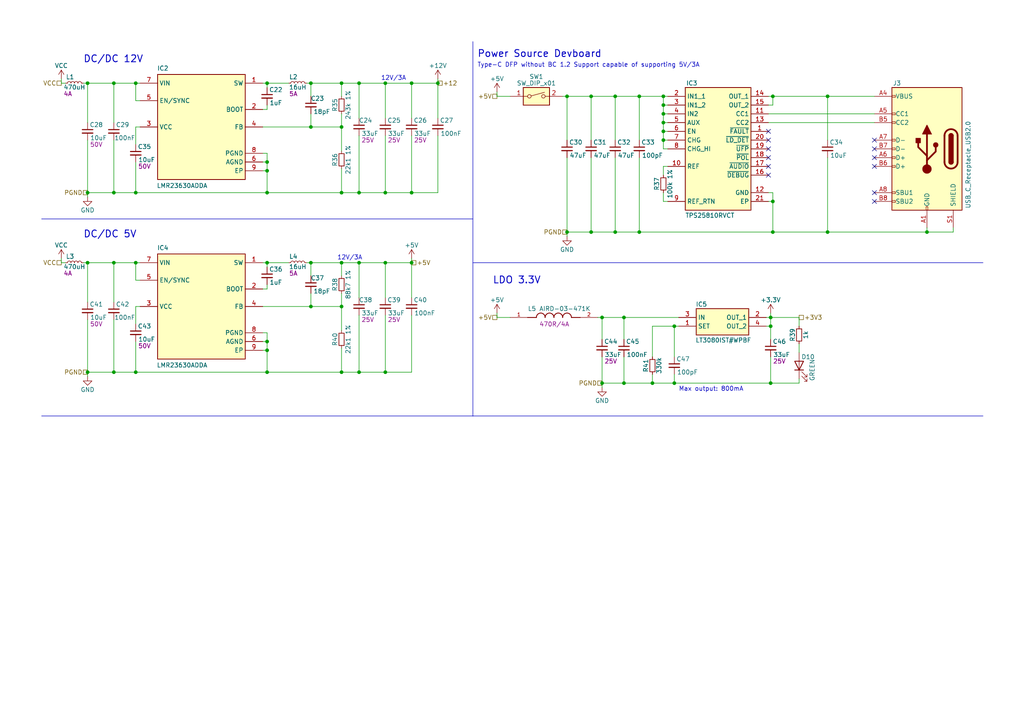
<source format=kicad_sch>
(kicad_sch (version 20230121) (generator eeschema)
  (paper "A4")
  (title_block (title "Converters") (date "2024-01-18") (rev "v0.1"))
  (lib_symbols
    (symbol "+5V_1" (power) (pin_names (offset 0))
      (property "Value" "+5V_1" (at 0 3.556 0))
      (symbol "+5V_1_0_1"
        (polyline (pts (xy -0.762 1.27) (xy 0 2.54)))
        (polyline (pts (xy 0 0) (xy 0 2.54)))
        (polyline (pts (xy 0 2.54) (xy 0.762 1.27)))
      )
      (symbol "+5V_1_1_1"
        (pin power_in line (at 0 0 90) (length 0) hide (name "+5V") (number "1"))
      )
    )
    (symbol "AIRD-03-471K:AIRD-03-471K" (pin_names (offset 1.016))
      (property "Reference" "L" (at -10.16 7.62 0))
      (property "Value" "AIRD-03-471K" (at -10.16 5.08 0))
      (symbol "AIRD-03-471K_0_0"
        (arc (start -2.54 0) (mid -3.81 1.2645) (end -5.08 0) (stroke (width 0.254)))
        (arc (start 0 0) (mid -1.27 1.2645) (end -2.54 0) (stroke (width 0.254)))
        (polyline (pts (xy -5.08 0) (xy -7.62 0)) (stroke (width 0.254)))
        (polyline (pts (xy 5.08 0) (xy 7.62 0)) (stroke (width 0.254)))
        (arc (start 2.54 0) (mid 1.27 1.2645) (end 0 0) (stroke (width 0.254)))
        (arc (start 5.08 0) (mid 3.81 1.2645) (end 2.54 0) (stroke (width 0.254)))
        (pin passive line (at -12.7 0 0) (length 5.08) (name "~") (number "1"))
        (pin passive line (at 12.7 0 180) (length 5.08) (name "~") (number "2"))
      )
    )
    (symbol "Connector:USB_C_Receptacle_USB2.0" (pin_names (offset 1.016))
      (property "Reference" "J" (at -10.16 19.05 0))
      (property "Value" "USB_C_Receptacle_USB2.0" (at 19.05 19.05 0))
      (symbol "USB_C_Receptacle_USB2.0_0_0"
        (rectangle (start -0.254 -17.78) (end 0.254 -16.764))
        (rectangle (start 10.16 -14.986) (end 9.144 -15.494))
        (rectangle (start 10.16 -12.446) (end 9.144 -12.954))
        (rectangle (start 10.16 -4.826) (end 9.144 -5.334))
        (rectangle (start 10.16 -2.286) (end 9.144 -2.794))
        (rectangle (start 10.16 0.254) (end 9.144 -0.254))
        (rectangle (start 10.16 2.794) (end 9.144 2.286))
        (rectangle (start 10.16 7.874) (end 9.144 7.366))
        (rectangle (start 10.16 10.414) (end 9.144 9.906))
        (rectangle (start 10.16 15.494) (end 9.144 14.986))
      )
      (symbol "USB_C_Receptacle_USB2.0_0_1"
        (rectangle (start -10.16 17.78) (end 10.16 -17.78) (stroke (width 0.254)) (fill (type background)))
        (arc (start -8.89 -3.81) (mid -6.985 -5.7067) (end -5.08 -3.81) (stroke (width 0.508)))
        (arc (start -7.62 -3.81) (mid -6.985 -4.4423) (end -6.35 -3.81) (stroke (width 0.254)))
        (arc (start -7.62 -3.81) (mid -6.985 -4.4423) (end -6.35 -3.81) (stroke (width 0.254)) (fill (type outline)))
        (rectangle (start -7.62 -3.81) (end -6.35 3.81) (stroke (width 0.254)) (fill (type outline)))
        (arc (start -6.35 3.81) (mid -6.985 4.4423) (end -7.62 3.81) (stroke (width 0.254)))
        (arc (start -6.35 3.81) (mid -6.985 4.4423) (end -7.62 3.81) (stroke (width 0.254)) (fill (type outline)))
        (arc (start -5.08 3.81) (mid -6.985 5.7067) (end -8.89 3.81) (stroke (width 0.508)))
        (circle (center -2.54 1.143) (radius 0.635) (stroke (width 0.254)) (fill (type outline)))
        (circle (center 0 -5.842) (radius 1.27) (fill (type outline)))
        (polyline (pts (xy -8.89 -3.81) (xy -8.89 3.81)) (stroke (width 0.508)))
        (polyline (pts (xy -5.08 3.81) (xy -5.08 -3.81)) (stroke (width 0.508)))
        (polyline (pts (xy 0 -5.842) (xy 0 4.318)) (stroke (width 0.508)))
        (polyline (pts (xy 0 -3.302) (xy -2.54 -0.762) (xy -2.54 0.508)) (stroke (width 0.508)))
        (polyline (pts (xy 0 -2.032) (xy 2.54 0.508) (xy 2.54 1.778)) (stroke (width 0.508)))
        (polyline (pts (xy -1.27 4.318) (xy 0 6.858) (xy 1.27 4.318) (xy -1.27 4.318)) (stroke (width 0.254)) (fill (type outline)))
        (rectangle (start 1.905 1.778) (end 3.175 3.048) (stroke (width 0.254)) (fill (type outline)))
      )
      (symbol "USB_C_Receptacle_USB2.0_1_1"
        (pin passive line (at 0 -22.86 90) (length 5.08) (name "GND") (number "A1"))
        (pin passive line (at 0 -22.86 90) (length 5.08) hide (name "GND") (number "A12"))
        (pin passive line (at 15.24 15.24 180) (length 5.08) (name "VBUS") (number "A4"))
        (pin bidirectional line (at 15.24 10.16 180) (length 5.08) (name "CC1") (number "A5"))
        (pin bidirectional line (at 15.24 -2.54 180) (length 5.08) (name "D+") (number "A6"))
        (pin bidirectional line (at 15.24 2.54 180) (length 5.08) (name "D-") (number "A7"))
        (pin bidirectional line (at 15.24 -12.7 180) (length 5.08) (name "SBU1") (number "A8"))
        (pin passive line (at 15.24 15.24 180) (length 5.08) hide (name "VBUS") (number "A9"))
        (pin passive line (at 0 -22.86 90) (length 5.08) hide (name "GND") (number "B1"))
        (pin passive line (at 0 -22.86 90) (length 5.08) hide (name "GND") (number "B12"))
        (pin passive line (at 15.24 15.24 180) (length 5.08) hide (name "VBUS") (number "B4"))
        (pin bidirectional line (at 15.24 7.62 180) (length 5.08) (name "CC2") (number "B5"))
        (pin bidirectional line (at 15.24 -5.08 180) (length 5.08) (name "D+") (number "B6"))
        (pin bidirectional line (at 15.24 0 180) (length 5.08) (name "D-") (number "B7"))
        (pin bidirectional line (at 15.24 -15.24 180) (length 5.08) (name "SBU2") (number "B8"))
        (pin passive line (at 15.24 15.24 180) (length 5.08) hide (name "VBUS") (number "B9"))
        (pin passive line (at -7.62 -22.86 90) (length 5.08) (name "SHIELD") (number "S1"))
      )
    )
    (symbol "Device:C_Small" (pin_numbers hide) (pin_names (offset 0.254) hide)
      (property "Reference" "C" (at 0.254 1.778 0))
      (property "Value" "C_Small" (at 0.254 -2.032 0))
      (symbol "C_Small_0_1"
        (polyline (pts (xy -1.524 -0.508) (xy 1.524 -0.508)) (stroke (width 0.3302)))
        (polyline (pts (xy -1.524 0.508) (xy 1.524 0.508)) (stroke (width 0.3048)))
      )
      (symbol "C_Small_1_1"
        (pin passive line (at 0 2.54 270) (length 2.032) (name "~") (number "1"))
        (pin passive line (at 0 -2.54 90) (length 2.032) (name "~") (number "2"))
      )
    )
    (symbol "Device:LED" (pin_numbers hide) (pin_names (offset 1.016) hide)
      (property "Reference" "D" (at 0 2.54 0))
      (property "Value" "LED" (at 0 -2.54 0))
      (symbol "LED_0_1"
        (polyline (pts (xy -1.27 -1.27) (xy -1.27 1.27)) (stroke (width 0.254)))
        (polyline (pts (xy -1.27 0) (xy 1.27 0)))
        (polyline (pts (xy 1.27 -1.27) (xy 1.27 1.27) (xy -1.27 0) (xy 1.27 -1.27)) (stroke (width 0.254)))
        (polyline (pts (xy -3.048 -0.762) (xy -4.572 -2.286) (xy -3.81 -2.286) (xy -4.572 -2.286) (xy -4.572 -1.524)))
        (polyline (pts (xy -1.778 -0.762) (xy -3.302 -2.286) (xy -2.54 -2.286) (xy -3.302 -2.286) (xy -3.302 -1.524)))
      )
      (symbol "LED_1_1"
        (pin passive line (at -3.81 0 0) (length 2.54) (name "K") (number "1"))
        (pin passive line (at 3.81 0 180) (length 2.54) (name "A") (number "2"))
      )
    )
    (symbol "Device:L_Small" (pin_numbers hide) (pin_names (offset 0.254) hide)
      (property "Reference" "L" (at 0.762 1.016 0))
      (property "Value" "L_Small" (at 0.762 -1.016 0))
      (symbol "L_Small_0_1"
        (arc (start 0 -2.032) (mid 0.5058 -1.524) (end 0 -1.016))
        (arc (start 0 -1.016) (mid 0.5058 -0.508) (end 0 0))
        (arc (start 0 0) (mid 0.5058 0.508) (end 0 1.016))
        (arc (start 0 1.016) (mid 0.5058 1.524) (end 0 2.032))
      )
      (symbol "L_Small_1_1"
        (pin passive line (at 0 2.54 270) (length 0.508) (name "~") (number "1"))
        (pin passive line (at 0 -2.54 90) (length 0.508) (name "~") (number "2"))
      )
    )
    (symbol "Device:R_Small" (pin_numbers hide) (pin_names (offset 0.254) hide)
      (property "Reference" "R" (at 0.762 0.508 0))
      (property "Value" "R_Small" (at 0.762 -1.016 0))
      (symbol "R_Small_0_1"
        (rectangle (start -0.762 1.778) (end 0.762 -1.778) (stroke (width 0.2032)))
      )
      (symbol "R_Small_1_1"
        (pin passive line (at 0 2.54 270) (length 0.762) (name "~") (number "1"))
        (pin passive line (at 0 -2.54 90) (length 0.762) (name "~") (number "2"))
      )
    )
    (symbol "LMR23630ADDA:LMR23630ADDA"
      (property "Reference" "?" (at 17.78 12.446 0))
      (property "Value" "LMR23630ADDA" (at 17.78 9.906 0))
      (property "Reference_1" "IC" (at 17.78 7.366 0))
      (property "Value_1" "LMR23630ADDA" (at 17.78 4.826 0))
      (symbol "LMR23630ADDA_1_1"
        (rectangle (start 5.08 2.54) (end 30.48 -27.94) (stroke (width 0.254)) (fill (type background)))
        (pin passive line (at 35.56 0 180) (length 5.08) (name "SW") (number "1"))
        (pin passive line (at 35.56 -7.62 180) (length 5.08) (name "BOOT") (number "2"))
        (pin passive line (at 0 -12.7 0) (length 5.08) (name "VCC") (number "3"))
        (pin passive line (at 35.56 -12.7 180) (length 5.08) (name "FB") (number "4"))
        (pin passive line (at 0 -5.08 0) (length 5.08) (name "EN/SYNC") (number "5"))
        (pin passive line (at 35.56 -22.86 180) (length 5.08) (name "AGND") (number "6"))
        (pin passive line (at 0 0 0) (length 5.08) (name "VIN") (number "7"))
        (pin passive line (at 35.56 -20.32 180) (length 5.08) (name "PGND") (number "8"))
        (pin passive line (at 35.56 -25.4 180) (length 5.08) (name "EP") (number "9"))
      )
    )
    (symbol "LT3080IST#WPBF:LT3080IST#WPBF"
      (property "Reference" "?" (at 12.7 12.954 0))
      (property "Value" "LT3080IST#WPBF" (at 12.7 10.414 0))
      (property "Reference_1" "IC" (at 12.7 7.62 0))
      (property "Value_1" "LT3080IST#WPBF" (at 12.7 5.334 0))
      (symbol "LT3080IST#WPBF_1_1"
        (rectangle (start 5.08 2.54) (end 20.32 -5.08) (stroke (width 0.254)) (fill (type background)))
        (pin passive line (at 0 -2.54 0) (length 5.08) (name "SET") (number "1"))
        (pin passive line (at 25.4 0 180) (length 5.08) (name "OUT_1") (number "2"))
        (pin passive line (at 0 0 0) (length 5.08) (name "IN") (number "3"))
        (pin passive line (at 25.4 -2.54 180) (length 5.08) (name "OUT_2") (number "4"))
      )
    )
    (symbol "Switch:SW_DIP_x01" (pin_names (offset 0) hide)
      (property "Reference" "SW" (at 0 3.81 0))
      (property "Value" "SW_DIP_x01" (at 0 -3.81 0))
      (symbol "SW_DIP_x01_0_0"
        (circle (center -2.032 0) (radius 0.508))
        (polyline (pts (xy -1.524 0.127) (xy 2.3622 1.1684)))
        (circle (center 2.032 0) (radius 0.508))
      )
      (symbol "SW_DIP_x01_0_1"
        (rectangle (start -3.81 2.54) (end 3.81 -2.54) (stroke (width 0.254)) (fill (type background)))
      )
      (symbol "SW_DIP_x01_1_1"
        (pin passive line (at -7.62 0 0) (length 5.08) (name "~") (number "1"))
        (pin passive line (at 7.62 0 180) (length 5.08) (name "~") (number "2"))
      )
    )
    (symbol "TPS25810RVCT:TPS25810RVCT"
      (property "Reference" "IC?" (at 0.254 1.27 0))
      (property "Value" "TPS25810RVCT" (at 0 -37.084 0))
      (symbol "TPS25810RVCT_1_1"
        (rectangle (start 0 0) (end 19.05 -35.56) (stroke (width 0.254)) (fill (type background)))
        (pin passive line (at 24.13 -12.7 180) (length 5.08) (name "~{FAULT}") (number "1"))
        (pin passive line (at -5.08 -22.86 0) (length 5.08) (name "REF") (number "10"))
        (pin passive line (at 24.13 -7.62 180) (length 5.08) (name "CC1") (number "11"))
        (pin passive line (at 24.13 -30.48 180) (length 5.08) (name "GND") (number "12"))
        (pin passive line (at 24.13 -10.16 180) (length 5.08) (name "CC2") (number "13"))
        (pin passive line (at 24.13 -2.54 180) (length 5.08) (name "OUT_1") (number "14"))
        (pin passive line (at 24.13 -5.08 180) (length 5.08) (name "OUT_2") (number "15"))
        (pin passive line (at 24.13 -25.4 180) (length 5.08) (name "~{DEBUG}") (number "16"))
        (pin passive line (at 24.13 -22.86 180) (length 5.08) (name "~{AUDIO}") (number "17"))
        (pin passive line (at 24.13 -20.32 180) (length 5.08) (name "~{POL}") (number "18"))
        (pin passive line (at 24.13 -17.78 180) (length 5.08) (name "~{UFP}") (number "19"))
        (pin passive line (at -5.08 -2.54 0) (length 5.08) (name "IN1_1") (number "2"))
        (pin passive line (at 24.13 -15.24 180) (length 5.08) (name "~{LD_DET}") (number "20"))
        (pin passive line (at 24.13 -33.02 180) (length 5.08) (name "EP") (number "21"))
        (pin passive line (at -5.08 -5.08 0) (length 5.08) (name "IN1_2") (number "3"))
        (pin passive line (at -5.08 -7.62 0) (length 5.08) (name "IN2") (number "4"))
        (pin passive line (at -5.08 -10.16 0) (length 5.08) (name "AUX") (number "5"))
        (pin passive line (at -5.08 -12.7 0) (length 5.08) (name "EN") (number "6"))
        (pin passive line (at -5.08 -15.24 0) (length 5.08) (name "CHG") (number "7"))
        (pin passive line (at -5.08 -17.78 0) (length 5.08) (name "CHG_HI") (number "8"))
        (pin passive line (at -5.08 -33.02 0) (length 5.08) (name "REF_RTN") (number "9"))
      )
    )
    (symbol "power:+12V" (power) (pin_names (offset 0))
      (property "Value" "+12V" (at 0 3.556 0))
      (symbol "+12V_0_1"
        (polyline (pts (xy -0.762 1.27) (xy 0 2.54)))
        (polyline (pts (xy 0 0) (xy 0 2.54)))
        (polyline (pts (xy 0 2.54) (xy 0.762 1.27)))
      )
      (symbol "+12V_1_1"
        (pin power_in line (at 0 0 90) (length 0) hide (name "+12V") (number "1"))
      )
    )
    (symbol "power:+3.3V" (power) (pin_names (offset 0))
      (property "Value" "+3.3V" (at 0 3.556 0))
      (symbol "+3.3V_0_1"
        (polyline (pts (xy -0.762 1.27) (xy 0 2.54)))
        (polyline (pts (xy 0 0) (xy 0 2.54)))
        (polyline (pts (xy 0 2.54) (xy 0.762 1.27)))
      )
      (symbol "+3.3V_1_1"
        (pin power_in line (at 0 0 90) (length 0) hide (name "+3.3V") (number "1"))
      )
    )
    (symbol "power:GND" (power) (pin_names (offset 0))
      (property "Value" "GND" (at 0 -3.81 0))
      (symbol "GND_0_1"
        (polyline (pts (xy 0 0) (xy 0 -1.27) (xy 1.27 -1.27) (xy 0 -2.54) (xy -1.27 -1.27) (xy 0 -1.27)))
      )
      (symbol "GND_1_1"
        (pin power_in line (at 0 0 270) (length 0) hide (name "GND") (number "1"))
      )
    )
    (symbol "power:VCC" (power) (pin_names (offset 0))
      (property "Value" "VCC" (at 0 3.81 0))
      (symbol "VCC_0_1"
        (polyline (pts (xy -0.762 1.27) (xy 0 2.54)))
        (polyline (pts (xy 0 0) (xy 0 2.54)))
        (polyline (pts (xy 0 2.54) (xy 0.762 1.27)))
      )
      (symbol "VCC_1_1"
        (pin power_in line (at 0 0 90) (length 0) hide (name "VCC") (number "1"))
      )
    )
  )
  (junction (at 77.47 24.13))
  (junction (at 223.52 92.075))
  (junction (at 223.52 94.615))
  (junction (at 33.02 55.88))
  (junction (at 77.47 46.99))
  (junction (at 192.405 27.94))
  (junction (at 77.47 49.53))
  (junction (at 164.465 67.31))
  (junction (at 39.37 76.2))
  (junction (at 185.42 67.31))
  (junction (at 171.45 27.94))
  (junction (at 178.435 67.31))
  (junction (at 189.23 111.125))
  (junction (at 99.06 24.13))
  (junction (at 25.4 55.88))
  (junction (at 268.859 67.31))
  (junction (at 111.76 55.88))
  (junction (at 39.37 55.88))
  (junction (at 178.435 27.94))
  (junction (at 25.4 24.13))
  (junction (at 77.47 107.95))
  (junction (at 99.06 76.2))
  (junction (at 224.155 27.94))
  (junction (at 77.47 55.88))
  (junction (at 119.38 76.2))
  (junction (at 25.4 76.2))
  (junction (at 185.42 27.94))
  (junction (at 180.975 92.075))
  (junction (at 77.47 101.6))
  (junction (at 180.975 111.125))
  (junction (at 99.06 55.88))
  (junction (at 111.76 76.2))
  (junction (at 39.37 24.13))
  (junction (at 192.405 33.02))
  (junction (at 192.405 40.64))
  (junction (at 77.47 76.2))
  (junction (at 33.02 24.13))
  (junction (at 164.465 27.94))
  (junction (at 224.155 67.31))
  (junction (at 240.03 67.31))
  (junction (at 224.155 58.42))
  (junction (at 240.03 27.94))
  (junction (at 90.17 24.13))
  (junction (at 119.38 55.88))
  (junction (at 195.58 111.125))
  (junction (at 119.38 24.13))
  (junction (at 77.47 99.06))
  (junction (at 111.76 24.13))
  (junction (at 90.17 36.83))
  (junction (at 99.06 107.95))
  (junction (at 99.06 88.9))
  (junction (at 104.14 24.13))
  (junction (at 195.58 94.615))
  (junction (at 192.405 30.48))
  (junction (at 39.37 107.95))
  (junction (at 104.14 107.95))
  (junction (at 127 24.13))
  (junction (at 90.17 88.9))
  (junction (at 33.02 107.95))
  (junction (at 104.14 76.2))
  (junction (at 223.52 111.125))
  (junction (at 174.625 92.075))
  (junction (at 174.625 111.125))
  (junction (at 192.405 35.56))
  (junction (at 99.06 36.83))
  (junction (at 104.14 55.88))
  (junction (at 33.02 76.2))
  (junction (at 111.76 107.95))
  (junction (at 90.17 76.2))
  (junction (at 192.405 38.1))
  (junction (at 171.45 67.31))
  (junction (at 25.4 107.95))
  (no_connect (at 253.619 55.88))
  (no_connect (at 253.619 45.72))
  (no_connect (at 253.619 58.42))
  (no_connect (at 253.619 43.18))
  (no_connect (at 222.885 48.26))
  (no_connect (at 222.885 38.1))
  (no_connect (at 222.885 40.64))
  (no_connect (at 253.619 48.26))
  (no_connect (at 222.885 43.18))
  (no_connect (at 222.885 50.8))
  (no_connect (at 222.885 45.72))
  (no_connect (at 253.619 40.64))
  (wire (pts (xy 88.9 24.13) (xy 90.17 24.13)))
  (wire (pts (xy 76.2 99.06) (xy 77.47 99.06)))
  (wire (pts (xy 178.435 27.94) (xy 185.42 27.94)))
  (wire (pts (xy 90.17 85.09) (xy 90.17 88.9)))
  (wire (pts (xy 192.405 38.1) (xy 192.405 40.64)))
  (polyline (pts (xy 12.065 120.65) (xy 137.16 120.65)))
  (wire (pts (xy 192.405 30.48) (xy 193.675 30.48)))
  (wire (pts (xy 111.76 91.44) (xy 111.76 107.95)))
  (wire (pts (xy 25.4 55.88) (xy 25.4 57.15)))
  (wire (pts (xy 25.4 76.2) (xy 25.4 87.63)))
  (wire (pts (xy 222.885 30.48) (xy 224.155 30.48)))
  (wire (pts (xy 119.38 24.13) (xy 119.38 34.29)))
  (wire (pts (xy 223.52 103.505) (xy 223.52 111.125)))
  (wire (pts (xy 231.775 92.075) (xy 231.775 94.615)))
  (wire (pts (xy 144.145 27.94) (xy 147.955 27.94)))
  (wire (pts (xy 144.145 26.67) (xy 144.145 27.94)))
  (wire (pts (xy 77.47 46.99) (xy 77.47 49.53)))
  (wire (pts (xy 222.885 33.02) (xy 253.619 33.02)))
  (wire (pts (xy 39.37 29.21) (xy 40.64 29.21)))
  (wire (pts (xy 99.06 48.895) (xy 99.06 55.88)))
  (wire (pts (xy 119.38 86.36) (xy 119.38 76.2)))
  (wire (pts (xy 223.52 90.805) (xy 223.52 92.075)))
  (wire (pts (xy 39.37 46.99) (xy 39.37 55.88)))
  (wire (pts (xy 174.625 92.075) (xy 174.625 98.425)))
  (wire (pts (xy 111.76 76.2) (xy 111.76 86.36)))
  (wire (pts (xy 104.14 76.2) (xy 99.06 76.2)))
  (wire (pts (xy 17.78 74.93) (xy 17.78 76.2)))
  (wire (pts (xy 185.42 27.94) (xy 192.405 27.94)))
  (wire (pts (xy 33.02 107.95) (xy 39.37 107.95)))
  (wire (pts (xy 90.17 36.83) (xy 99.06 36.83)))
  (wire (pts (xy 76.2 83.82) (xy 77.47 83.82)))
  (wire (pts (xy 192.405 58.42) (xy 193.675 58.42)))
  (wire (pts (xy 88.9 76.2) (xy 90.17 76.2)))
  (wire (pts (xy 171.45 45.72) (xy 171.45 67.31)))
  (wire (pts (xy 39.37 76.2) (xy 33.02 76.2)))
  (wire (pts (xy 195.58 108.585) (xy 195.58 111.125)))
  (wire (pts (xy 104.14 55.88) (xy 99.06 55.88)))
  (wire (pts (xy 127 24.13) (xy 119.38 24.13)))
  (wire (pts (xy 76.2 46.99) (xy 77.47 46.99)))
  (wire (pts (xy 104.14 76.2) (xy 104.14 86.36)))
  (wire (pts (xy 223.52 94.615) (xy 223.52 98.425)))
  (wire (pts (xy 192.405 40.64) (xy 192.405 43.18)))
  (wire (pts (xy 192.405 38.1) (xy 193.675 38.1)))
  (wire (pts (xy 222.885 35.56) (xy 253.619 35.56)))
  (wire (pts (xy 222.885 55.88) (xy 224.155 55.88)))
  (wire (pts (xy 17.78 22.86) (xy 17.78 24.13)))
  (wire (pts (xy 192.405 30.48) (xy 192.405 33.02)))
  (wire (pts (xy 111.76 76.2) (xy 104.14 76.2)))
  (wire (pts (xy 25.4 107.95) (xy 25.4 109.22)))
  (wire (pts (xy 39.37 36.83) (xy 39.37 41.91)))
  (wire (pts (xy 192.405 35.56) (xy 193.675 35.56)))
  (wire (pts (xy 111.76 107.95) (xy 119.38 107.95)))
  (wire (pts (xy 77.47 76.2) (xy 83.82 76.2)))
  (wire (pts (xy 111.76 76.2) (xy 119.38 76.2)))
  (wire (pts (xy 127 34.29) (xy 127 24.13)))
  (wire (pts (xy 39.37 55.88) (xy 77.47 55.88)))
  (wire (pts (xy 39.37 88.9) (xy 40.64 88.9)))
  (wire (pts (xy 90.17 88.9) (xy 99.06 88.9)))
  (wire (pts (xy 90.17 24.13) (xy 99.06 24.13)))
  (wire (pts (xy 99.06 24.13) (xy 99.06 27.94)))
  (wire (pts (xy 39.37 88.9) (xy 39.37 93.98)))
  (wire (pts (xy 25.4 76.2) (xy 33.02 76.2)))
  (wire (pts (xy 192.405 33.02) (xy 192.405 35.56)))
  (wire (pts (xy 111.76 107.95) (xy 104.14 107.95)))
  (wire (pts (xy 77.47 24.13) (xy 77.47 25.4)))
  (wire (pts (xy 240.03 27.94) (xy 240.03 40.64)))
  (wire (pts (xy 222.25 94.615) (xy 223.52 94.615)))
  (wire (pts (xy 144.145 92.075) (xy 147.955 92.075)))
  (wire (pts (xy 24.13 76.2) (xy 25.4 76.2)))
  (wire (pts (xy 231.775 109.855) (xy 231.775 111.125)))
  (wire (pts (xy 192.405 35.56) (xy 192.405 38.1)))
  (wire (pts (xy 77.47 55.88) (xy 99.06 55.88)))
  (wire (pts (xy 99.06 33.02) (xy 99.06 36.83)))
  (wire (pts (xy 192.405 27.94) (xy 193.675 27.94)))
  (wire (pts (xy 76.2 88.9) (xy 90.17 88.9)))
  (wire (pts (xy 39.37 36.83) (xy 40.64 36.83)))
  (wire (pts (xy 224.155 27.94) (xy 240.03 27.94)))
  (wire (pts (xy 127 39.37) (xy 127 55.88)))
  (wire (pts (xy 77.47 76.2) (xy 77.47 77.47)))
  (wire (pts (xy 192.405 55.88) (xy 192.405 58.42)))
  (wire (pts (xy 192.405 40.64) (xy 193.675 40.64)))
  (wire (pts (xy 222.25 92.075) (xy 223.52 92.075)))
  (wire (pts (xy 189.23 111.125) (xy 180.975 111.125)))
  (wire (pts (xy 178.435 27.94) (xy 178.435 40.64)))
  (wire (pts (xy 39.37 24.13) (xy 40.64 24.13)))
  (wire (pts (xy 90.17 24.13) (xy 90.17 27.94)))
  (wire (pts (xy 17.78 76.2) (xy 19.05 76.2)))
  (wire (pts (xy 76.2 44.45) (xy 77.47 44.45)))
  (wire (pts (xy 39.37 76.2) (xy 40.64 76.2)))
  (wire (pts (xy 192.405 43.18) (xy 193.675 43.18)))
  (wire (pts (xy 224.155 67.31) (xy 240.03 67.31)))
  (wire (pts (xy 104.14 24.13) (xy 99.06 24.13)))
  (wire (pts (xy 33.02 92.71) (xy 33.02 107.95)))
  (wire (pts (xy 192.405 27.94) (xy 192.405 30.48)))
  (wire (pts (xy 195.58 111.125) (xy 189.23 111.125)))
  (wire (pts (xy 231.775 111.125) (xy 223.52 111.125)))
  (wire (pts (xy 77.47 96.52) (xy 77.47 99.06)))
  (wire (pts (xy 99.06 88.9) (xy 99.06 95.885)))
  (wire (pts (xy 111.76 55.88) (xy 104.14 55.88)))
  (wire (pts (xy 33.02 24.13) (xy 33.02 35.56)))
  (wire (pts (xy 224.155 27.94) (xy 224.155 30.48)))
  (polyline (pts (xy 137.16 120.65) (xy 285.115 120.65)))
  (wire (pts (xy 33.02 55.88) (xy 39.37 55.88)))
  (wire (pts (xy 77.47 44.45) (xy 77.47 46.99)))
  (wire (pts (xy 39.37 107.95) (xy 77.47 107.95)))
  (wire (pts (xy 163.195 27.94) (xy 164.465 27.94)))
  (wire (pts (xy 231.775 99.695) (xy 231.775 102.235)))
  (wire (pts (xy 17.78 24.13) (xy 19.05 24.13)))
  (wire (pts (xy 111.76 24.13) (xy 104.14 24.13)))
  (wire (pts (xy 223.52 111.125) (xy 195.58 111.125)))
  (wire (pts (xy 240.03 45.72) (xy 240.03 67.31)))
  (polyline (pts (xy 137.16 76.2) (xy 285.115 76.2)))
  (wire (pts (xy 39.37 81.28) (xy 39.37 76.2)))
  (wire (pts (xy 77.47 82.55) (xy 77.47 83.82)))
  (wire (pts (xy 240.03 27.94) (xy 253.619 27.94)))
  (wire (pts (xy 185.42 67.31) (xy 224.155 67.31)))
  (wire (pts (xy 99.06 100.965) (xy 99.06 107.95)))
  (wire (pts (xy 174.625 111.125) (xy 174.625 112.395)))
  (wire (pts (xy 99.06 36.83) (xy 99.06 43.815)))
  (wire (pts (xy 111.76 24.13) (xy 111.76 34.29)))
  (wire (pts (xy 195.58 94.615) (xy 195.58 103.505)))
  (wire (pts (xy 119.38 24.13) (xy 111.76 24.13)))
  (wire (pts (xy 99.06 76.2) (xy 99.06 80.01)))
  (wire (pts (xy 180.975 92.075) (xy 180.975 98.425)))
  (wire (pts (xy 77.47 101.6) (xy 77.47 107.95)))
  (wire (pts (xy 196.85 94.615) (xy 195.58 94.615)))
  (wire (pts (xy 104.14 107.95) (xy 99.06 107.95)))
  (wire (pts (xy 76.2 24.13) (xy 77.47 24.13)))
  (wire (pts (xy 90.17 76.2) (xy 90.17 80.01)))
  (wire (pts (xy 223.52 92.075) (xy 223.52 94.615)))
  (wire (pts (xy 119.38 39.37) (xy 119.38 55.88)))
  (wire (pts (xy 119.38 74.93) (xy 119.38 76.2)))
  (wire (pts (xy 119.38 55.88) (xy 111.76 55.88)))
  (wire (pts (xy 164.465 45.72) (xy 164.465 67.31)))
  (wire (pts (xy 33.02 40.64) (xy 33.02 55.88)))
  (wire (pts (xy 185.42 45.72) (xy 185.42 67.31)))
  (wire (pts (xy 104.14 91.44) (xy 104.14 107.95)))
  (wire (pts (xy 77.47 24.13) (xy 83.82 24.13)))
  (wire (pts (xy 104.14 24.13) (xy 104.14 34.29)))
  (wire (pts (xy 25.4 24.13) (xy 25.4 35.56)))
  (wire (pts (xy 76.2 49.53) (xy 77.47 49.53)))
  (wire (pts (xy 171.45 27.94) (xy 178.435 27.94)))
  (wire (pts (xy 268.859 66.04) (xy 268.859 67.31)))
  (wire (pts (xy 231.775 92.075) (xy 223.52 92.075)))
  (wire (pts (xy 224.155 55.88) (xy 224.155 58.42)))
  (wire (pts (xy 127 55.88) (xy 119.38 55.88)))
  (wire (pts (xy 76.2 31.75) (xy 77.47 31.75)))
  (wire (pts (xy 25.4 55.88) (xy 33.02 55.88)))
  (wire (pts (xy 76.2 76.2) (xy 77.47 76.2)))
  (wire (pts (xy 268.859 67.31) (xy 276.479 67.31)))
  (wire (pts (xy 164.465 27.94) (xy 164.465 40.64)))
  (wire (pts (xy 180.975 92.075) (xy 174.625 92.075)))
  (wire (pts (xy 180.975 111.125) (xy 174.625 111.125)))
  (wire (pts (xy 99.06 85.09) (xy 99.06 88.9)))
  (wire (pts (xy 171.45 27.94) (xy 171.45 40.64)))
  (wire (pts (xy 164.465 27.94) (xy 171.45 27.94)))
  (wire (pts (xy 174.625 103.505) (xy 174.625 111.125)))
  (polyline (pts (xy 12.065 63.5) (xy 137.16 63.5)))
  (wire (pts (xy 76.2 36.83) (xy 90.17 36.83)))
  (wire (pts (xy 119.38 91.44) (xy 119.38 107.95)))
  (wire (pts (xy 25.4 107.95) (xy 33.02 107.95)))
  (wire (pts (xy 222.885 58.42) (xy 224.155 58.42)))
  (wire (pts (xy 276.479 66.04) (xy 276.479 67.31)))
  (wire (pts (xy 180.975 103.505) (xy 180.975 111.125)))
  (wire (pts (xy 76.2 101.6) (xy 77.47 101.6)))
  (wire (pts (xy 90.17 76.2) (xy 99.06 76.2)))
  (wire (pts (xy 25.4 24.13) (xy 33.02 24.13)))
  (wire (pts (xy 77.47 30.48) (xy 77.47 31.75)))
  (wire (pts (xy 39.37 99.06) (xy 39.37 107.95)))
  (wire (pts (xy 90.17 33.02) (xy 90.17 36.83)))
  (wire (pts (xy 111.76 39.37) (xy 111.76 55.88)))
  (wire (pts (xy 178.435 67.31) (xy 185.42 67.31)))
  (wire (pts (xy 164.465 68.58) (xy 164.465 67.31)))
  (wire (pts (xy 39.37 81.28) (xy 40.64 81.28)))
  (wire (pts (xy 164.465 67.31) (xy 171.45 67.31)))
  (wire (pts (xy 185.42 27.94) (xy 185.42 40.64)))
  (wire (pts (xy 76.2 96.52) (xy 77.47 96.52)))
  (wire (pts (xy 77.47 99.06) (xy 77.47 101.6)))
  (wire (pts (xy 39.37 29.21) (xy 39.37 24.13)))
  (wire (pts (xy 178.435 45.72) (xy 178.435 67.31)))
  (wire (pts (xy 171.45 67.31) (xy 178.435 67.31)))
  (wire (pts (xy 192.405 33.02) (xy 193.675 33.02)))
  (wire (pts (xy 104.14 39.37) (xy 104.14 55.88)))
  (wire (pts (xy 144.145 90.805) (xy 144.145 92.075)))
  (wire (pts (xy 189.23 94.615) (xy 189.23 103.505)))
  (wire (pts (xy 240.03 67.31) (xy 268.859 67.31)))
  (wire (pts (xy 189.23 94.615) (xy 195.58 94.615)))
  (wire (pts (xy 180.975 92.075) (xy 196.85 92.075)))
  (wire (pts (xy 127 22.86) (xy 127 24.13)))
  (wire (pts (xy 77.47 107.95) (xy 99.06 107.95)))
  (wire (pts (xy 192.405 48.26) (xy 193.675 48.26)))
  (wire (pts (xy 25.4 40.64) (xy 25.4 55.88)))
  (wire (pts (xy 189.23 108.585) (xy 189.23 111.125)))
  (wire (pts (xy 222.885 27.94) (xy 224.155 27.94)))
  (wire (pts (xy 24.13 24.13) (xy 25.4 24.13)))
  (wire (pts (xy 25.4 92.71) (xy 25.4 107.95)))
  (wire (pts (xy 77.47 49.53) (xy 77.47 55.88)))
  (wire (pts (xy 224.155 58.42) (xy 224.155 67.31)))
  (wire (pts (xy 39.37 24.13) (xy 33.02 24.13)))
  (wire (pts (xy 192.405 48.26) (xy 192.405 50.8)))
  (polyline (pts (xy 137.16 12.065) (xy 137.16 120.65)))
  (wire (pts (xy 173.355 92.075) (xy 174.625 92.075)))
  (wire (pts (xy 33.02 76.2) (xy 33.02 87.63)))
  (text "Max output: 800mA" (at 196.85 113.665 0) (effects (font (size 1.27 1.27)) (justify left bottom)))
  (text "12V/3A" (at 97.79 75.565 0) (effects (font (size 1.27 1.27)) (justify left bottom)))
  (text "DC/DC 12V" (at 24.13 18.415 0) (effects (font (size 2 2) (thickness 0.254) bold) (justify left bottom)))
  (text "12V/3A" (at 110.49 23.495 0) (effects (font (size 1.27 1.27)) (justify left bottom)))
  (text "DC/DC 5V" (at 24.13 69.215 0) (effects (font (size 2 2) (thickness 0.254) bold) (justify left bottom)))
  (text "Type-C DFP without BC 1.2 Support capable of supporting 5V/3A" (at 138.43 19.685 0) (effects (font (size 1.27 1.27)) (justify left bottom)))
  (text "Power Source Devboard" (at 138.43 16.891 0) (effects (font (size 2 2) (thickness 0.254) bold) (justify left bottom)))
  (text "LDO 3.3V\n" (at 142.875 82.55 0) (effects (font (size 2 2) (thickness 0.254) bold) (justify left bottom)))
  (hierarchical_label "+12" (shape passive) (at 127 24.13 0))
  (hierarchical_label "+3V3" (shape passive) (at 231.775 92.075 0))
  (hierarchical_label "PGND" (shape passive) (at 174.625 111.125 180))
  (hierarchical_label "PGND" (shape passive) (at 164.465 67.31 180))
  (hierarchical_label "+5V" (shape passive) (at 144.145 92.075 180))
  (hierarchical_label "PGND" (shape passive) (at 25.4 55.88 180))
  (hierarchical_label "VCC" (shape passive) (at 17.78 76.2 180))
  (hierarchical_label "VCC" (shape passive) (at 17.78 24.13 180))
  (hierarchical_label "+5V" (shape passive) (at 144.145 27.94 180))
  (hierarchical_label "+5V" (shape passive) (at 119.38 76.2 0))
  (hierarchical_label "PGND" (shape passive) (at 25.4 107.95 180))
  (symbol (lib_id "Device:C_Small") (at 240.03 43.18 0) (unit 1)
    (property "Reference" "C34" (at 242.57 41.275 0))
    (property "Value" "10uF" (at 243.205 45.085 0))
  )
  (symbol (lib_id "power:+12V") (at 127 22.86 0) (unit 1)
    (property "Reference" "#PWR040" (effects hide))
    (property "Value" "+12V" (at 127 19.05 0))
  )
  (symbol (lib_id "LMR23630ADDA:LMR23630ADDA") (at 40.64 24.13 0) (unit 1)
    (property "Reference" "IC2" (at 47.244 19.812 0))
    (property "Value" "LMR23630ADDA" (at 52.832 53.848 0))
    (property "Reference_1" "IC" (effects hide))
    (property "Value_1" "LMR23630ADDA" (effects hide))
    (property "Footprint_1" "SOIC127P600X170-9N" (effects hide))
    (property "Datasheet_1" "http://www.ti.com/lit/gpn/LMR23630" (effects hide))
    (property "Height" "1.7" (effects hide))
    (property "Mouser Part Number" "595-LMR23630ADDA" (effects hide))
    (property "Mouser Price/Stock" "https://www.mouser.co.uk/ProductDetail/Texas-Instruments/LMR23630ADDA?qs=8%2FmU9qzJpL9oORP%252BF4DNxw%3D%3D" (effects hide))
    (property "Manufacturer_Name" "Texas Instruments" (effects hide))
    (property "Manufacturer_Part_Number" "LMR23630ADDA" (effects hide))
  )
  (symbol (lib_id "Device:C_Small") (at 90.17 30.48 0) (unit 1)
    (property "Reference" "C23" (at 92.075 28.575 0))
    (property "Value" "18pF" (at 93.345 32.385 0))
  )
  (symbol (lib_id "Switch:SW_DIP_x01") (at 155.575 27.94 0) (unit 1)
    (property "Reference" "SW1" (at 155.575 22.225 0))
    (property "Value" "SW_DIP_x01" (at 155.575 24.13 0))
  )
  (symbol (lib_id "Device:R_Small") (at 99.06 82.55 0) (unit 1)
    (property "Reference" "R38" (at 97.155 82.55 90))
    (property "Value" "88k7 1%" (at 100.965 82.55 90))
  )
  (symbol (lib_id "Device:R_Small") (at 231.775 97.155 0) (unit 1)
    (property "Reference" "R39" (at 229.87 97.155 90))
    (property "Value" "1k" (at 233.68 97.155 90))
  )
  (symbol (lib_id "Device:C_Small") (at 77.47 80.01 0) (unit 1)
    (property "Reference" "C36" (at 80.01 78.105 0))
    (property "Value" "1uF" (at 80.01 81.915 0))
  )
  (symbol (lib_id "Device:R_Small") (at 189.23 106.045 0) (unit 1)
    (property "Reference" "R41" (at 187.325 106.045 90))
    (property "Value" "330k" (at 191.135 106.045 90))
  )
  (symbol (lib_id "Device:L_Small") (at 86.36 76.2 90) (unit 1)
    (property "Reference" "L4" (at 85.09 73.66 90) (effects (justify bottom)))
    (property "Value" "16uH" (at 86.36 78.105 90) (effects (justify top)))
    (property "Current" "5A" (at 85.09 80.01 90) (effects (justify top)))
  )
  (symbol (lib_id "TPS25810RVCT:TPS25810RVCT") (at 198.755 25.4 0) (unit 1)
    (property "Reference" "IC3" (at 199.009 24.13 0) (effects (justify left)))
    (property "Value" "TPS25810RVCT" (at 198.755 62.484 0) (effects (justify left)))
    (property "Reference_1" "IC" (effects hide))
    (property "Value_1" "TPS25810RVCT" (effects hide))
    (property "Footprint_1" "QFN50P300X400X80-21N" (effects hide))
    (property "Datasheet_1" "http://www.ti.com/lit/gpn/TPS25810" (effects hide))
    (property "Height" "0.8" (effects hide))
    (property "Mouser Part Number" "595-TPS25810RVCT" (effects hide))
    (property "Mouser Price/Stock" "https://www.mouser.co.uk/ProductDetail/Texas-Instruments/TPS25810RVCT?qs=yajEpaT76uQ6btuqRzT1Ew%3D%3D" (effects hide))
    (property "Manufacturer_Name" "Texas Instruments" (effects hide))
    (property "Manufacturer_Part_Number" "TPS25810RVCT" (effects hide))
  )
  (symbol (lib_id "Device:C_Small") (at 178.435 43.18 0) (unit 1)
    (property "Reference" "C32" (at 180.975 41.275 0))
    (property "Value" "47uF" (at 181.61 45.085 0))
  )
  (symbol (lib_id "Device:C_Small") (at 119.38 88.9 0) (unit 1)
    (property "Reference" "C40" (at 121.92 86.995 0))
    (property "Value" "100nF" (at 123.19 90.805 0))
  )
  (symbol (lib_id "Device:C_Small") (at 77.47 27.94 0) (unit 1)
    (property "Reference" "C22" (at 80.01 26.035 0))
    (property "Value" "1uF" (at 80.01 29.845 0))
  )
  (symbol (lib_id "LT3080IST#WPBF:LT3080IST#WPBF") (at 196.85 92.075 0) (unit 1)
    (property "Reference" "IC5" (at 203.454 88.265 0))
    (property "Value" "LT3080IST#WPBF" (at 209.804 98.679 0))
    (property "Reference_1" "IC" (effects hide))
    (property "Value_1" "LT3080IST#WPBF" (effects hide))
    (property "Footprint_1" "SOT230P700X180-4N" (effects hide))
    (property "Datasheet_1" "https://www.mouser.de/datasheet/2/609/lt3080-1888655.pdf" (effects hide))
    (property "Height" "1.8" (effects hide))
    (property "Mouser Part Number" "584-LT3080IST#WPBF" (effects hide))
    (property "Mouser Price/Stock" "https://www.mouser.co.uk/ProductDetail/Analog-Devices/LT3080ISTWPBF?qs=W%2FMpXkg%252BdQ7vFuMWXDd%2FAg%3D%3D" (effects hide))
    (property "Manufacturer_Name" "Analog Devices" (effects hide))
    (property "Manufacturer_Part_Number" "LT3080IST#WPBF" (effects hide))
  )
  (symbol (lib_id "Device:C_Small") (at 174.625 100.965 0) (unit 1)
    (property "Reference" "C44" (at 177.165 99.06 0))
    (property "Value" "33uF" (at 177.8 102.87 0))
    (property "Voltage" "25V" (at 177.165 104.775 0))
  )
  (symbol (lib_id "Device:C_Small") (at 104.14 88.9 0) (unit 1)
    (property "Reference" "C38" (at 106.045 86.995 0))
    (property "Value" "33uF" (at 107.315 90.805 0))
    (property "Voltage" "25V" (at 106.68 92.71 0))
  )
  (symbol (lib_id "Device:R_Small") (at 192.405 53.34 0) (unit 1)
    (property "Reference" "R37" (at 190.5 53.34 90))
    (property "Value" "100k 1%" (at 194.31 53.34 90))
  )
  (symbol (lib_id "Device:C_Small") (at 111.76 36.83 0) (unit 1)
    (property "Reference" "C25" (at 114.3 34.925 0))
    (property "Value" "33uF" (at 114.935 38.735 0))
    (property "Voltage" "25V" (at 114.3 40.64 0))
  )
  (symbol (lib_id "Device:R_Small") (at 99.06 30.48 0) (unit 1)
    (property "Reference" "R35" (at 97.155 30.48 90))
    (property "Value" "243k 1%" (at 100.965 30.48 90))
  )
  (symbol (lib_id "power:VCC") (at 17.78 22.86 0) (unit 1)
    (property "Reference" "#PWR039" (effects hide))
    (property "Value" "VCC" (at 17.78 19.05 0))
  )
  (symbol (lib_id "power:GND") (at 25.4 109.22 0) (unit 1)
    (property "Reference" "#PWR048" (effects hide))
    (property "Value" "GND" (at 25.4 113.03 0))
  )
  (symbol (lib_id "Device:C_Small") (at 25.4 38.1 0) (unit 1)
    (property "Reference" "C28" (at 27.94 36.195 0))
    (property "Value" "10uF" (at 28.575 40.005 0))
    (property "Voltage" "50V" (at 27.94 41.91 0))
  )
  (symbol (lib_id "Device:C_Small") (at 25.4 90.17 0) (unit 1)
    (property "Reference" "C41" (at 27.94 88.265 0))
    (property "Value" "10uF" (at 28.575 92.075 0))
    (property "Voltage" "50V" (at 27.94 93.98 0))
  )
  (symbol (lib_id "AIRD-03-471K:AIRD-03-471K") (at 160.655 92.075 0) (unit 1)
    (property "Reference" "L5" (at 154.305 89.535 0))
    (property "Value" "AIRD-03-471K" (at 163.83 89.535 0))
    (property "Footprint" "AIRD-03-471K:INDRD2200W220D2800H2100" (effects hide))
    (property "MF" "Abracon" (effects hide))
    (property "MAXIMUM_PACKAGE_HEIGHT" "21.0 mm" (effects hide))
    (property "Package" "Radial Abracon" (effects hide))
    (property "Price" "None" (effects hide))
    (property "Check_prices" "https://www.snapeda.com/parts/AIRD-03-471K/Abracon/view-part/?ref=eda" (effects hide))
    (property "STANDARD" "IPC-7351B" (effects hide))
    (property "PARTREV" "07.31.12" (effects hide))
    (property "SnapEDA_Link" "https://www.snapeda.com/parts/AIRD-03-471K/Abracon/view-part/?ref=snap" (effects hide))
    (property "MP" "AIRD-03-471K" (effects hide))
    (property "Purchase-URL" "https://www.snapeda.com/api/url_track_click_mouser/?unipart_id=1538508&manufacturer=Abracon&part_name=AIRD-03-471K&search_term= aird-03-471k" (effects hide))
    (property "Description" "470R/4A" (at 160.782 94.742 0) (effects (justify bottom)))
    (property "Availability" "In Stock" (effects hide))
    (property "MANUFACTURER" "Abracon" (effects hide))
  )
  (symbol (lib_id "Device:C_Small") (at 33.02 90.17 0) (unit 1)
    (property "Reference" "C42" (at 35.56 88.265 0))
    (property "Value" "100nF" (at 36.195 92.075 0))
  )
  (symbol (lib_id "Device:C_Small") (at 90.17 82.55 0) (unit 1)
    (property "Reference" "C37" (at 92.075 80.645 0))
    (property "Value" "18pF" (at 93.345 84.455 0))
  )
  (symbol (lib_id "Device:C_Small") (at 119.38 36.83 0) (unit 1)
    (property "Reference" "C26" (at 121.92 34.925 0))
    (property "Value" "33uF" (at 122.555 38.735 0))
    (property "Voltage" "25V" (at 121.92 40.64 0))
  )
  (symbol (lib_id "Device:C_Small") (at 33.02 38.1 0) (unit 1)
    (property "Reference" "C29" (at 35.56 36.195 0))
    (property "Value" "100nF" (at 36.195 40.005 0))
  )
  (symbol (lib_id "Device:L_Small") (at 86.36 24.13 90) (unit 1)
    (property "Reference" "L2" (at 85.09 21.59 90) (effects (justify bottom)))
    (property "Value" "16uH" (at 86.36 26.035 90) (effects (justify top)))
    (property "Current" "5A" (at 85.09 27.94 90) (effects (justify top)))
  )
  (symbol (lib_id "Device:C_Small") (at 127 36.83 0) (unit 1)
    (property "Reference" "C27" (at 129.54 34.925 0))
    (property "Value" "100nF" (at 130.81 38.735 0))
  )
  (symbol (lib_id "Device:C_Small") (at 180.975 100.965 0) (unit 1)
    (property "Reference" "C45" (at 183.515 99.06 0))
    (property "Value" "100nF" (at 184.785 102.87 0))
  )
  (symbol (lib_id "power:GND") (at 25.4 57.15 0) (unit 1)
    (property "Reference" "#PWR042" (effects hide))
    (property "Value" "GND" (at 25.4 60.96 0))
  )
  (symbol (lib_id "Device:C_Small") (at 164.465 43.18 0) (unit 1)
    (property "Reference" "C30" (at 167.005 41.275 0))
    (property "Value" "47uF" (at 167.64 45.085 0))
  )
  (symbol (lib_id "Device:C_Small") (at 111.76 88.9 0) (unit 1)
    (property "Reference" "C39" (at 114.3 86.995 0))
    (property "Value" "33uF" (at 114.935 90.805 0))
    (property "Voltage" "25V" (at 114.3 92.71 0))
  )
  (symbol (lib_id "Device:R_Small") (at 99.06 46.355 0) (unit 1)
    (property "Reference" "R36" (at 97.155 46.355 90))
    (property "Value" "22k1 1%" (at 100.965 46.355 90))
  )
  (symbol (lib_id "Device:C_Small") (at 39.37 96.52 0) (unit 1)
    (property "Reference" "C43" (at 41.91 94.615 0))
    (property "Value" "10uF" (at 42.545 98.425 0))
    (property "Voltage" "50V" (at 41.91 100.33 0))
  )
  (symbol (lib_id "LMR23630ADDA:LMR23630ADDA") (at 40.64 76.2 0) (unit 1)
    (property "Reference" "IC4" (at 47.244 71.882 0))
    (property "Value" "LMR23630ADDA" (at 52.832 105.918 0))
    (property "Reference_1" "IC" (effects hide))
    (property "Value_1" "LMR23630ADDA" (effects hide))
    (property "Footprint_1" "SOIC127P600X170-9N" (effects hide))
    (property "Datasheet_1" "http://www.ti.com/lit/gpn/LMR23630" (effects hide))
    (property "Height" "1.7" (effects hide))
    (property "Mouser Part Number" "595-LMR23630ADDA" (effects hide))
    (property "Mouser Price/Stock" "https://www.mouser.co.uk/ProductDetail/Texas-Instruments/LMR23630ADDA?qs=8%2FmU9qzJpL9oORP%252BF4DNxw%3D%3D" (effects hide))
    (property "Manufacturer_Name" "Texas Instruments" (effects hide))
    (property "Manufacturer_Part_Number" "LMR23630ADDA" (effects hide))
  )
  (symbol (lib_id "Device:LED") (at 231.775 106.045 90) (unit 1)
    (property "Reference" "D10" (at 232.41 103.505 90) (effects (justify right)))
    (property "Value" "GREEN" (at 235.585 104.14 0) (effects (justify right)))
    (property "Color" "gr" (effects hide))
  )
  (symbol (lib_name "+5V_1") (lib_id "power:+5V") (at 144.145 26.67 0) (unit 1)
    (property "Reference" "#PWR041" (effects hide))
    (property "Value" "+5V" (at 144.145 22.86 0))
  )
  (symbol (lib_id "power:GND") (at 174.625 112.395 0) (unit 1)
    (property "Reference" "#PWR049" (effects hide))
    (property "Value" "GND" (at 174.625 116.205 0))
  )
  (symbol (lib_id "power:GND") (at 164.465 68.58 0) (unit 1)
    (property "Reference" "#PWR043" (effects hide))
    (property "Value" "GND" (at 164.465 72.39 0))
  )
  (symbol (lib_id "Device:C_Small") (at 171.45 43.18 0) (unit 1)
    (property "Reference" "C31" (at 173.99 41.275 0))
    (property "Value" "47uF" (at 174.625 45.085 0))
  )
  (symbol (lib_name "+5V_1") (lib_id "power:+5V") (at 119.38 74.93 0) (unit 1)
    (property "Reference" "#PWR045" (effects hide))
    (property "Value" "+5V" (at 119.38 71.12 0))
  )
  (symbol (lib_id "power:VCC") (at 17.78 74.93 0) (unit 1)
    (property "Reference" "#PWR044" (effects hide))
    (property "Value" "VCC" (at 17.78 71.12 0))
  )
  (symbol (lib_id "Device:C_Small") (at 104.14 36.83 0) (unit 1)
    (property "Reference" "C24" (at 106.045 34.925 0))
    (property "Value" "33uF" (at 107.315 38.735 0))
    (property "Voltage" "25V" (at 106.68 40.64 0))
  )
  (symbol (lib_id "Device:C_Small") (at 195.58 106.045 0) (unit 1)
    (property "Reference" "C47" (at 198.12 104.14 0))
    (property "Value" "100pF" (at 199.39 107.95 0))
  )
  (symbol (lib_id "Device:L_Small") (at 21.59 76.2 90) (unit 1)
    (property "Reference" "L3" (at 20.32 73.66 90) (effects (justify bottom)))
    (property "Value" "470uH" (at 21.59 78.105 90) (effects (justify top)))
    (property "Current" "4A" (at 19.685 80.01 90) (effects (justify top)))
  )
  (symbol (lib_id "Device:C_Small") (at 223.52 100.965 0) (unit 1)
    (property "Reference" "C46" (at 226.06 99.06 0))
    (property "Value" "33uF" (at 226.695 102.87 0))
    (property "Voltage" "25V" (at 226.06 104.775 0))
  )
  (symbol (lib_id "power:+3.3V") (at 223.52 90.805 0) (unit 1)
    (property "Reference" "#PWR047" (effects hide))
    (property "Value" "+3.3V" (at 223.52 86.995 0))
  )
  (symbol (lib_id "Device:R_Small") (at 99.06 98.425 0) (unit 1)
    (property "Reference" "R40" (at 97.155 98.425 90))
    (property "Value" "22k1 1%" (at 100.965 98.425 90))
  )
  (symbol (lib_name "+5V_1") (lib_id "power:+5V") (at 144.145 90.805 0) (unit 1)
    (property "Reference" "#PWR046" (effects hide))
    (property "Value" "+5V" (at 144.145 86.995 0))
  )
  (symbol (lib_id "Device:C_Small") (at 39.37 44.45 0) (unit 1)
    (property "Reference" "C35" (at 41.91 42.545 0))
    (property "Value" "10uF" (at 42.545 46.355 0))
    (property "Voltage" "50V" (at 41.91 48.26 0))
  )
  (symbol (lib_id "Device:L_Small") (at 21.59 24.13 90) (unit 1)
    (property "Reference" "L1" (at 20.32 21.59 90) (effects (justify bottom)))
    (property "Value" "470uH" (at 21.59 26.035 90) (effects (justify top)))
    (property "Current" "4A" (at 19.685 27.94 90) (effects (justify top)))
  )
  (symbol (lib_id "Connector:USB_C_Receptacle_USB2.0") (at 268.859 43.18 0) (mirror y) (unit 1)
    (property "Reference" "J3" (at 258.953 24.13 0) (effects (justify right)))
    (property "Value" "USB_C_Receptacle_USB2.0" (at 280.797 35.052 90) (effects (justify right)))
    (property "Datasheet" "https://www.usb.org/sites/default/files/documents/usb_type-c.zip" (effects hide))
  )
  (symbol (lib_id "Device:C_Small") (at 185.42 43.18 0) (unit 1)
    (property "Reference" "C33" (at 187.96 41.275 0))
    (property "Value" "100pF" (at 189.23 45.085 0))
  )
)
</source>
